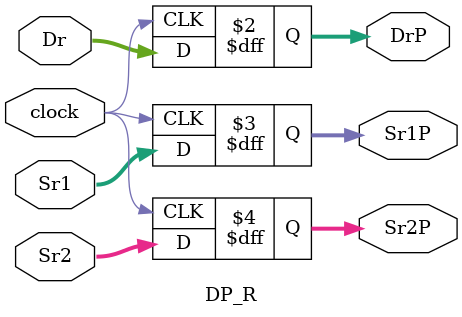
<source format=v>
module DP_R(clock,Sr1,Sr2,Dr,Sr1P,Sr2P,DrP);
input clock;
input [2:0] Dr,Sr1,Sr2;
output reg [2:0] DrP,Sr1P,Sr2P;

always @(posedge clock)
begin
DrP=Dr;
Sr1P=Sr1;
Sr2P=Sr2;
end

endmodule

</source>
